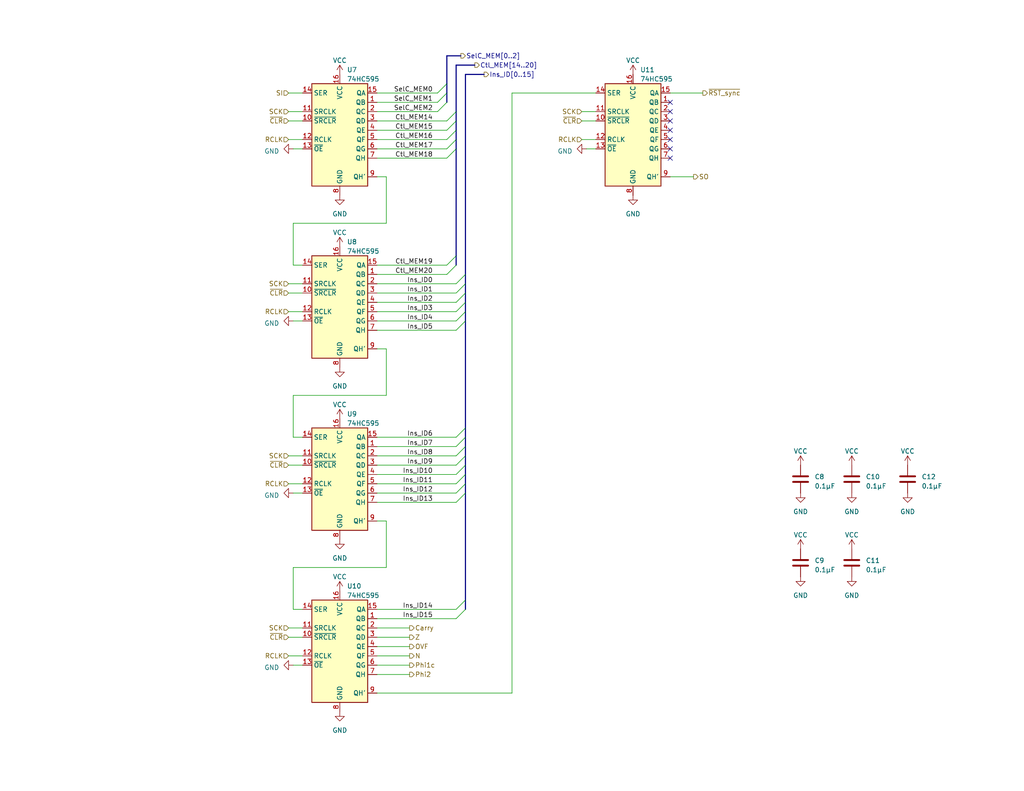
<source format=kicad_sch>
(kicad_sch (version 20250114) (generator "eeschema") (generator_version "9.0")
  (paper "USLetter")
  (title_block (date "2023-04-07") (rev "A"))
  (lib_symbols
    (symbol "74xx:74HC595"
      (property "Reference" "U" (at -7.62 13.97 0))
      (property "Value" "74HC595" (at -7.62 -16.51 0))
      (symbol "74HC595_1_0"
        (pin input line (at -10.16 10.16 0) (length 2.54) (name "SER") (number "14"))
        (pin input line (at -10.16 5.08 0) (length 2.54) (name "SRCLK") (number "11"))
        (pin input line (at -10.16 2.54 0) (length 2.54) (name "~{SRCLR}") (number "10"))
        (pin input line (at -10.16 -2.54 0) (length 2.54) (name "RCLK") (number "12"))
        (pin input line (at -10.16 -5.08 0) (length 2.54) (name "~{OE}") (number "13"))
        (pin power_in line (at 0 15.24 270) (length 2.54) (name "VCC") (number "16"))
        (pin power_in line (at 0 -17.78 90) (length 2.54) (name "GND") (number "8"))
        (pin tri_state line (at 10.16 10.16 180) (length 2.54) (name "QA") (number "15"))
        (pin tri_state line (at 10.16 7.62 180) (length 2.54) (name "QB") (number "1"))
        (pin tri_state line (at 10.16 5.08 180) (length 2.54) (name "QC") (number "2"))
        (pin tri_state line (at 10.16 2.54 180) (length 2.54) (name "QD") (number "3"))
        (pin tri_state line (at 10.16 0 180) (length 2.54) (name "QE") (number "4"))
        (pin tri_state line (at 10.16 -2.54 180) (length 2.54) (name "QF") (number "5"))
        (pin tri_state line (at 10.16 -5.08 180) (length 2.54) (name "QG") (number "6"))
        (pin tri_state line (at 10.16 -7.62 180) (length 2.54) (name "QH") (number "7"))
        (pin output line (at 10.16 -12.7 180) (length 2.54) (name "QH'") (number "9"))
      )
      (symbol "74HC595_1_1"
        (rectangle (start -7.62 12.7) (end 7.62 -15.24) (stroke (width 0.254)) (fill (type background)))
      )
    )
    (symbol "Device:C" (pin_numbers (hide yes)) (pin_names (offset 0.254))
      (property "Reference" "C" (at 0.635 2.54 0))
      (property "Value" "C" (at 0.635 -2.54 0))
      (symbol "C_0_1"
        (polyline (pts (xy -2.032 0.762) (xy 2.032 0.762)) (stroke (width 0.508)))
        (polyline (pts (xy -2.032 -0.762) (xy 2.032 -0.762)) (stroke (width 0.508)))
      )
      (symbol "C_1_1"
        (pin passive line (at 0 3.81 270) (length 2.794) (name "~") (number "1"))
        (pin passive line (at 0 -3.81 90) (length 2.794) (name "~") (number "2"))
      )
    )
    (symbol "power:GND" (power) (pin_names (offset 0))
      (property "Value" "GND" (at 0 -3.81 0))
      (symbol "GND_0_1"
        (polyline (pts (xy 0 0) (xy 0 -1.27) (xy 1.27 -1.27) (xy 0 -2.54) (xy -1.27 -1.27) (xy 0 -1.27)))
      )
      (symbol "GND_1_1"
        (pin power_in line (at 0 0 270) (length 0) (hide yes) (name "GND") (number "1"))
      )
    )
    (symbol "power:VCC" (power) (pin_names (offset 0))
      (property "Value" "VCC" (at 0 3.81 0))
      (symbol "VCC_0_1"
        (polyline (pts (xy -0.762 1.27) (xy 0 2.54)))
        (polyline (pts (xy 0 2.54) (xy 0.762 1.27)))
        (polyline (pts (xy 0 0) (xy 0 2.54)))
      )
      (symbol "VCC_1_1"
        (pin power_in line (at 0 0 90) (length 0) (hide yes) (name "VCC") (number "1"))
      )
    )
  )
  (no_connect (at 182.88 38.1))
  (no_connect (at 182.88 43.18))
  (no_connect (at 182.88 33.02))
  (no_connect (at 182.88 30.48))
  (no_connect (at 182.88 35.56))
  (no_connect (at 182.88 27.94))
  (no_connect (at 182.88 40.64))
  (bus_entry (at 124.46 33.02) (size -2.54 2.54))
  (bus_entry (at 121.92 25.4) (size -2.54 2.54))
  (bus_entry (at 124.46 30.48) (size -2.54 2.54))
  (bus_entry (at 127 132.08) (size -2.54 2.54))
  (bus_entry (at 127 82.55) (size -2.54 2.54))
  (bus_entry (at 124.46 38.1) (size -2.54 2.54))
  (bus_entry (at 124.46 69.85) (size -2.54 2.54))
  (bus_entry (at 127 87.63) (size -2.54 2.54))
  (bus_entry (at 124.46 72.39) (size -2.54 2.54))
  (bus_entry (at 127 74.93) (size -2.54 2.54))
  (bus_entry (at 127 119.38) (size -2.54 2.54))
  (bus_entry (at 127 80.01) (size -2.54 2.54))
  (bus_entry (at 127 134.62) (size -2.54 2.54))
  (bus_entry (at 127 121.92) (size -2.54 2.54))
  (bus_entry (at 127 77.47) (size -2.54 2.54))
  (bus_entry (at 121.92 22.86) (size -2.54 2.54))
  (bus_entry (at 127 116.84) (size -2.54 2.54))
  (bus_entry (at 127 127) (size -2.54 2.54))
  (bus_entry (at 121.92 27.94) (size -2.54 2.54))
  (bus_entry (at 127 166.37) (size -2.54 2.54))
  (bus_entry (at 124.46 40.64) (size -2.54 2.54))
  (bus_entry (at 127 163.83) (size -2.54 2.54))
  (bus_entry (at 124.46 35.56) (size -2.54 2.54))
  (bus_entry (at 127 129.54) (size -2.54 2.54))
  (bus_entry (at 127 85.09) (size -2.54 2.54))
  (bus_entry (at 127 124.46) (size -2.54 2.54))
  (bus (pts (xy 127 116.84) (xy 127 119.38)))
  (wire (pts (xy 124.46 82.55) (xy 102.87 82.55)))
  (bus (pts (xy 127 134.62) (xy 127 163.83)))
  (wire (pts (xy 102.87 189.23) (xy 139.7 189.23)))
  (bus (pts (xy 121.92 27.94) (xy 121.92 25.4)))
  (wire (pts (xy 78.74 173.99) (xy 82.55 173.99)))
  (wire (pts (xy 105.41 142.24) (xy 105.41 154.94)))
  (wire (pts (xy 105.41 107.95) (xy 80.01 107.95)))
  (wire (pts (xy 182.88 48.26) (xy 189.23 48.26)))
  (wire (pts (xy 121.92 72.39) (xy 102.87 72.39)))
  (wire (pts (xy 124.46 77.47) (xy 102.87 77.47)))
  (wire (pts (xy 78.74 85.09) (xy 82.55 85.09)))
  (wire (pts (xy 121.92 74.93) (xy 102.87 74.93)))
  (wire (pts (xy 102.87 176.53) (xy 111.76 176.53)))
  (bus (pts (xy 127 163.83) (xy 127 166.37)))
  (wire (pts (xy 102.87 134.62) (xy 124.46 134.62)))
  (wire (pts (xy 78.74 25.4) (xy 82.55 25.4)))
  (bus (pts (xy 127 74.93) (xy 127 77.47)))
  (wire (pts (xy 158.75 33.02) (xy 162.56 33.02)))
  (wire (pts (xy 158.75 30.48) (xy 162.56 30.48)))
  (wire (pts (xy 78.74 171.45) (xy 82.55 171.45)))
  (wire (pts (xy 158.75 38.1) (xy 162.56 38.1)))
  (bus (pts (xy 121.92 15.24) (xy 125.73 15.24)))
  (wire (pts (xy 80.01 181.61) (xy 82.55 181.61)))
  (wire (pts (xy 78.74 132.08) (xy 82.55 132.08)))
  (wire (pts (xy 102.87 179.07) (xy 111.76 179.07)))
  (wire (pts (xy 124.46 85.09) (xy 102.87 85.09)))
  (bus (pts (xy 124.46 33.02) (xy 124.46 35.56)))
  (bus (pts (xy 124.46 38.1) (xy 124.46 40.64)))
  (bus (pts (xy 127 127) (xy 127 129.54)))
  (bus (pts (xy 121.92 22.86) (xy 121.92 15.24)))
  (wire (pts (xy 121.92 43.18) (xy 102.87 43.18)))
  (wire (pts (xy 124.46 87.63) (xy 102.87 87.63)))
  (wire (pts (xy 105.41 95.25) (xy 105.41 107.95)))
  (wire (pts (xy 80.01 154.94) (xy 80.01 166.37)))
  (wire (pts (xy 78.74 127) (xy 82.55 127)))
  (bus (pts (xy 127 20.32) (xy 127 74.93)))
  (wire (pts (xy 102.87 48.26) (xy 105.41 48.26)))
  (wire (pts (xy 80.01 87.63) (xy 82.55 87.63)))
  (wire (pts (xy 119.38 27.94) (xy 102.87 27.94)))
  (wire (pts (xy 124.46 90.17) (xy 102.87 90.17)))
  (wire (pts (xy 78.74 33.02) (xy 82.55 33.02)))
  (wire (pts (xy 80.01 119.38) (xy 82.55 119.38)))
  (wire (pts (xy 121.92 35.56) (xy 102.87 35.56)))
  (wire (pts (xy 80.01 60.96) (xy 105.41 60.96)))
  (wire (pts (xy 124.46 166.37) (xy 102.87 166.37)))
  (bus (pts (xy 127 121.92) (xy 127 124.46)))
  (bus (pts (xy 121.92 25.4) (xy 121.92 22.86)))
  (wire (pts (xy 105.41 48.26) (xy 105.41 60.96)))
  (wire (pts (xy 182.88 25.4) (xy 191.77 25.4)))
  (wire (pts (xy 102.87 184.15) (xy 111.76 184.15)))
  (wire (pts (xy 121.92 40.64) (xy 102.87 40.64)))
  (wire (pts (xy 124.46 168.91) (xy 102.87 168.91)))
  (bus (pts (xy 124.46 40.64) (xy 124.46 69.85)))
  (bus (pts (xy 127 129.54) (xy 127 132.08)))
  (wire (pts (xy 80.01 40.64) (xy 82.55 40.64)))
  (bus (pts (xy 129.54 17.78) (xy 124.46 17.78)))
  (wire (pts (xy 80.01 166.37) (xy 82.55 166.37)))
  (wire (pts (xy 124.46 119.38) (xy 102.87 119.38)))
  (bus (pts (xy 127 20.32) (xy 132.08 20.32)))
  (wire (pts (xy 124.46 129.54) (xy 102.87 129.54)))
  (bus (pts (xy 127 124.46) (xy 127 127)))
  (wire (pts (xy 80.01 72.39) (xy 82.55 72.39)))
  (wire (pts (xy 119.38 25.4) (xy 102.87 25.4)))
  (bus (pts (xy 127 87.63) (xy 127 116.84)))
  (wire (pts (xy 80.01 60.96) (xy 80.01 72.39)))
  (wire (pts (xy 124.46 127) (xy 102.87 127)))
  (wire (pts (xy 124.46 132.08) (xy 102.87 132.08)))
  (bus (pts (xy 124.46 35.56) (xy 124.46 38.1)))
  (wire (pts (xy 121.92 33.02) (xy 102.87 33.02)))
  (bus (pts (xy 127 119.38) (xy 127 121.92)))
  (bus (pts (xy 127 77.47) (xy 127 80.01)))
  (wire (pts (xy 124.46 124.46) (xy 102.87 124.46)))
  (wire (pts (xy 124.46 80.01) (xy 102.87 80.01)))
  (wire (pts (xy 124.46 137.16) (xy 102.87 137.16)))
  (bus (pts (xy 127 82.55) (xy 127 85.09)))
  (bus (pts (xy 127 85.09) (xy 127 87.63)))
  (wire (pts (xy 139.7 25.4) (xy 162.56 25.4)))
  (wire (pts (xy 78.74 38.1) (xy 82.55 38.1)))
  (wire (pts (xy 102.87 142.24) (xy 105.41 142.24)))
  (wire (pts (xy 80.01 107.95) (xy 80.01 119.38)))
  (bus (pts (xy 127 132.08) (xy 127 134.62)))
  (wire (pts (xy 102.87 181.61) (xy 111.76 181.61)))
  (wire (pts (xy 78.74 124.46) (xy 82.55 124.46)))
  (bus (pts (xy 124.46 17.78) (xy 124.46 30.48)))
  (wire (pts (xy 102.87 95.25) (xy 105.41 95.25)))
  (wire (pts (xy 80.01 154.94) (xy 105.41 154.94)))
  (wire (pts (xy 121.92 38.1) (xy 102.87 38.1)))
  (wire (pts (xy 78.74 179.07) (xy 82.55 179.07)))
  (wire (pts (xy 139.7 25.4) (xy 139.7 189.23)))
  (wire (pts (xy 102.87 171.45) (xy 111.76 171.45)))
  (bus (pts (xy 124.46 30.48) (xy 124.46 33.02)))
  (wire (pts (xy 80.01 134.62) (xy 82.55 134.62)))
  (bus (pts (xy 124.46 69.85) (xy 124.46 72.39)))
  (wire (pts (xy 78.74 80.01) (xy 82.55 80.01)))
  (wire (pts (xy 102.87 173.99) (xy 111.76 173.99)))
  (wire (pts (xy 124.46 121.92) (xy 102.87 121.92)))
  (wire (pts (xy 160.02 40.64) (xy 162.56 40.64)))
  (wire (pts (xy 119.38 30.48) (xy 102.87 30.48)))
  (bus (pts (xy 127 80.01) (xy 127 82.55)))
  (wire (pts (xy 78.74 30.48) (xy 82.55 30.48)))
  (wire (pts (xy 78.74 77.47) (xy 82.55 77.47)))
  (label "Ins_ID15" (at 118.11 168.91 180))
  (label "Ins_ID11" (at 118.11 132.08 180))
  (label "Ins_ID12" (at 118.11 134.62 180))
  (label "Ctl_MEM16" (at 118.11 38.1 180))
  (label "Ctl_MEM15" (at 118.11 35.56 180))
  (label "Ins_ID5" (at 118.11 90.17 180))
  (label "Ins_ID14" (at 118.11 166.37 180))
  (label "Ctl_MEM20" (at 118.11 74.93 180))
  (label "SelC_MEM1" (at 118.11 27.94 180))
  (label "Ins_ID10" (at 118.11 129.54 180))
  (label "Ctl_MEM19" (at 118.11 72.39 180))
  (label "Ins_ID7" (at 118.11 121.92 180))
  (label "Ins_ID3" (at 118.11 85.09 180))
  (label "Ins_ID6" (at 118.11 119.38 180))
  (label "Ins_ID0" (at 118.11 77.47 180))
  (label "Ins_ID8" (at 118.11 124.46 180))
  (label "Ins_ID4" (at 118.11 87.63 180))
  (label "Ins_ID2" (at 118.11 82.55 180))
  (label "Ins_ID13" (at 118.11 137.16 180))
  (label "SelC_MEM0" (at 118.11 25.4 180))
  (label "Ctl_MEM17" (at 118.11 40.64 180))
  (label "Ins_ID9" (at 118.11 127 180))
  (label "Ins_ID1" (at 118.11 80.01 180))
  (label "SelC_MEM2" (at 118.11 30.48 180))
  (label "Ctl_MEM14" (at 118.11 33.02 180))
  (label "Ctl_MEM18" (at 118.11 43.18 180))
  (hierarchical_label "Z" (shape output) (at 111.76 173.99 0))
  (hierarchical_label "RCLK" (shape input) (at 78.74 38.1 180))
  (hierarchical_label "SO" (shape output) (at 189.23 48.26 0))
  (hierarchical_label "RCLK" (shape input) (at 78.74 179.07 180))
  (hierarchical_label "~{CLR}" (shape input) (at 78.74 33.02 180))
  (hierarchical_label "SCK" (shape input) (at 78.74 30.48 180))
  (hierarchical_label "RCLK" (shape input) (at 158.75 38.1 180))
  (hierarchical_label "SCK" (shape input) (at 78.74 171.45 180))
  (hierarchical_label "Phi2" (shape output) (at 111.76 184.15 0))
  (hierarchical_label "~{RST_sync}" (shape output) (at 191.77 25.4 0))
  (hierarchical_label "~{CLR}" (shape input) (at 78.74 173.99 180))
  (hierarchical_label "SCK" (shape input) (at 78.74 77.47 180))
  (hierarchical_label "N" (shape output) (at 111.76 179.07 0))
  (hierarchical_label "SI" (shape input) (at 78.74 25.4 180))
  (hierarchical_label "~{CLR}" (shape input) (at 158.75 33.02 180))
  (hierarchical_label "Ins_ID[0..15]" (shape output) (at 132.08 20.32 0))
  (hierarchical_label "Ctl_MEM[14..20]" (shape output) (at 129.54 17.78 0))
  (hierarchical_label "SelC_MEM[0..2]" (shape output) (at 125.73 15.24 0))
  (hierarchical_label "~{CLR}" (shape input) (at 78.74 127 180))
  (hierarchical_label "OVF" (shape output) (at 111.76 176.53 0))
  (hierarchical_label "Carry" (shape output) (at 111.76 171.45 0))
  (hierarchical_label "Phi1c" (shape output) (at 111.76 181.61 0))
  (hierarchical_label "SCK" (shape input) (at 158.75 30.48 180))
  (hierarchical_label "SCK" (shape input) (at 78.74 124.46 180))
  (hierarchical_label "RCLK" (shape input) (at 78.74 85.09 180))
  (hierarchical_label "RCLK" (shape input) (at 78.74 132.08 180))
  (hierarchical_label "~{CLR}" (shape input) (at 78.74 80.01 180))
  (symbol (lib_id "power:GND") (at 232.41 134.62 0) (unit 1)
    (property "Reference" "#PWR063" (effects (hide yes)))
    (property "Value" "GND" (at 232.41 139.7 0))
  )
  (symbol (lib_id "power:GND") (at 218.44 157.48 0) (unit 1)
    (property "Reference" "#PWR061" (effects (hide yes)))
    (property "Value" "GND" (at 218.44 162.56 0))
  )
  (symbol (lib_id "power:GND") (at 80.01 87.63 270) (unit 1)
    (property "Reference" "#PWR044" (effects (hide yes)))
    (property "Value" "GND" (at 76.2 88.265 90) (effects (justify right)))
  )
  (symbol (lib_id "power:GND") (at 92.71 147.32 0) (unit 1)
    (property "Reference" "#PWR052" (effects (hide yes)))
    (property "Value" "GND" (at 92.71 152.4 0))
  )
  (symbol (lib_id "74xx:74HC595") (at 92.71 82.55 0) (unit 1)
    (property "Reference" "U8" (at 94.6659 66.04 0) (effects (justify left)))
    (property "Value" "74HC595" (at 94.6659 68.58 0) (effects (justify left)))
    (property "Footprint" "Package_SO:TSSOP-16_4.4x5mm_P0.65mm" (effects (hide yes)))
    (property "Datasheet" "http://www.ti.com/lit/ds/symlink/sn74hc595.pdf" (effects (hide yes)))
  )
  (symbol (lib_id "power:VCC") (at 92.71 114.3 0) (unit 1)
    (property "Reference" "#PWR051" (effects (hide yes)))
    (property "Value" "VCC" (at 92.71 110.49 0))
  )
  (symbol (lib_id "power:GND") (at 80.01 181.61 270) (unit 1)
    (property "Reference" "#PWR046" (effects (hide yes)))
    (property "Value" "GND" (at 76.2 182.245 90) (effects (justify right)))
  )
  (symbol (lib_id "Device:C") (at 218.44 153.67 0) (unit 1)
    (property "Reference" "C9" (at 222.25 153.035 0) (effects (justify left)))
    (property "Value" "0.1µF" (at 222.25 155.575 0) (effects (justify left)))
    (property "Footprint" "Capacitor_SMD:C_0603_1608Metric" (effects (hide yes)))
    (property "Mouser" "https://www.mouser.com/ProductDetail/963-EMK107B7104KAHT" (effects (hide yes)))
  )
  (symbol (lib_id "Device:C") (at 232.41 130.81 0) (unit 1)
    (property "Reference" "C10" (at 236.22 130.175 0) (effects (justify left)))
    (property "Value" "0.1µF" (at 236.22 132.715 0) (effects (justify left)))
    (property "Footprint" "Capacitor_SMD:C_0603_1608Metric" (effects (hide yes)))
    (property "Mouser" "https://www.mouser.com/ProductDetail/963-EMK107B7104KAHT" (effects (hide yes)))
  )
  (symbol (lib_id "power:VCC") (at 172.72 20.32 0) (unit 1)
    (property "Reference" "#PWR056" (effects (hide yes)))
    (property "Value" "VCC" (at 172.72 16.51 0))
  )
  (symbol (lib_id "power:VCC") (at 232.41 149.86 0) (unit 1)
    (property "Reference" "#PWR064" (effects (hide yes)))
    (property "Value" "VCC" (at 232.41 146.05 0))
  )
  (symbol (lib_id "74xx:74HC595") (at 92.71 35.56 0) (unit 1)
    (property "Reference" "U7" (at 94.6659 19.05 0) (effects (justify left)))
    (property "Value" "74HC595" (at 94.6659 21.59 0) (effects (justify left)))
    (property "Footprint" "Package_SO:TSSOP-16_4.4x5mm_P0.65mm" (effects (hide yes)))
    (property "Datasheet" "http://www.ti.com/lit/ds/symlink/sn74hc595.pdf" (effects (hide yes)))
  )
  (symbol (lib_id "power:GND") (at 247.65 134.62 0) (unit 1)
    (property "Reference" "#PWR067" (effects (hide yes)))
    (property "Value" "GND" (at 247.65 139.7 0))
  )
  (symbol (lib_id "power:GND") (at 80.01 134.62 270) (unit 1)
    (property "Reference" "#PWR045" (effects (hide yes)))
    (property "Value" "GND" (at 76.2 135.255 90) (effects (justify right)))
  )
  (symbol (lib_id "power:VCC") (at 218.44 127 0) (unit 1)
    (property "Reference" "#PWR058" (effects (hide yes)))
    (property "Value" "VCC" (at 218.44 123.19 0))
  )
  (symbol (lib_id "power:GND") (at 172.72 53.34 0) (unit 1)
    (property "Reference" "#PWR057" (effects (hide yes)))
    (property "Value" "GND" (at 172.72 58.42 0))
  )
  (symbol (lib_id "power:GND") (at 160.02 40.64 270) (unit 1)
    (property "Reference" "#PWR055" (effects (hide yes)))
    (property "Value" "GND" (at 156.21 41.275 90) (effects (justify right)))
  )
  (symbol (lib_id "power:GND") (at 92.71 194.31 0) (unit 1)
    (property "Reference" "#PWR054" (effects (hide yes)))
    (property "Value" "GND" (at 92.71 199.39 0))
  )
  (symbol (lib_id "power:VCC") (at 92.71 20.32 0) (unit 1)
    (property "Reference" "#PWR047" (effects (hide yes)))
    (property "Value" "VCC" (at 92.71 16.51 0))
  )
  (symbol (lib_id "power:GND") (at 92.71 53.34 0) (unit 1)
    (property "Reference" "#PWR048" (effects (hide yes)))
    (property "Value" "GND" (at 92.71 58.42 0))
  )
  (symbol (lib_id "Device:C") (at 232.41 153.67 0) (unit 1)
    (property "Reference" "C11" (at 236.22 153.035 0) (effects (justify left)))
    (property "Value" "0.1µF" (at 236.22 155.575 0) (effects (justify left)))
    (property "Footprint" "Capacitor_SMD:C_0603_1608Metric" (effects (hide yes)))
    (property "Mouser" "https://www.mouser.com/ProductDetail/963-EMK107B7104KAHT" (effects (hide yes)))
  )
  (symbol (lib_id "74xx:74HC595") (at 92.71 176.53 0) (unit 1)
    (property "Reference" "U10" (at 94.6659 160.02 0) (effects (justify left)))
    (property "Value" "74HC595" (at 94.6659 162.56 0) (effects (justify left)))
    (property "Footprint" "Package_SO:TSSOP-16_4.4x5mm_P0.65mm" (effects (hide yes)))
    (property "Datasheet" "http://www.ti.com/lit/ds/symlink/sn74hc595.pdf" (effects (hide yes)))
  )
  (symbol (lib_id "power:GND") (at 218.44 134.62 0) (unit 1)
    (property "Reference" "#PWR059" (effects (hide yes)))
    (property "Value" "GND" (at 218.44 139.7 0))
  )
  (symbol (lib_id "power:GND") (at 92.71 100.33 0) (unit 1)
    (property "Reference" "#PWR050" (effects (hide yes)))
    (property "Value" "GND" (at 92.71 105.41 0))
  )
  (symbol (lib_id "Device:C") (at 247.65 130.81 0) (unit 1)
    (property "Reference" "C12" (at 251.46 130.175 0) (effects (justify left)))
    (property "Value" "0.1µF" (at 251.46 132.715 0) (effects (justify left)))
    (property "Footprint" "Capacitor_SMD:C_0603_1608Metric" (effects (hide yes)))
    (property "Mouser" "https://www.mouser.com/ProductDetail/963-EMK107B7104KAHT" (effects (hide yes)))
  )
  (symbol (lib_id "power:VCC") (at 92.71 67.31 0) (unit 1)
    (property "Reference" "#PWR049" (effects (hide yes)))
    (property "Value" "VCC" (at 92.71 63.5 0))
  )
  (symbol (lib_id "power:GND") (at 232.41 157.48 0) (unit 1)
    (property "Reference" "#PWR065" (effects (hide yes)))
    (property "Value" "GND" (at 232.41 162.56 0))
  )
  (symbol (lib_id "Device:C") (at 218.44 130.81 0) (unit 1)
    (property "Reference" "C8" (at 222.25 130.175 0) (effects (justify left)))
    (property "Value" "0.1µF" (at 222.25 132.715 0) (effects (justify left)))
    (property "Footprint" "Capacitor_SMD:C_0603_1608Metric" (effects (hide yes)))
    (property "Mouser" "https://www.mouser.com/ProductDetail/963-EMK107B7104KAHT" (effects (hide yes)))
  )
  (symbol (lib_id "power:VCC") (at 247.65 127 0) (unit 1)
    (property "Reference" "#PWR066" (effects (hide yes)))
    (property "Value" "VCC" (at 247.65 123.19 0))
  )
  (symbol (lib_id "power:VCC") (at 218.44 149.86 0) (unit 1)
    (property "Reference" "#PWR060" (effects (hide yes)))
    (property "Value" "VCC" (at 218.44 146.05 0))
  )
  (symbol (lib_id "power:VCC") (at 232.41 127 0) (unit 1)
    (property "Reference" "#PWR062" (effects (hide yes)))
    (property "Value" "VCC" (at 232.41 123.19 0))
  )
  (symbol (lib_id "power:VCC") (at 92.71 161.29 0) (unit 1)
    (property "Reference" "#PWR053" (effects (hide yes)))
    (property "Value" "VCC" (at 92.71 157.48 0))
  )
  (symbol (lib_id "74xx:74HC595") (at 92.71 129.54 0) (unit 1)
    (property "Reference" "U9" (at 94.6659 113.03 0) (effects (justify left)))
    (property "Value" "74HC595" (at 94.6659 115.57 0) (effects (justify left)))
    (property "Footprint" "Package_SO:TSSOP-16_4.4x5mm_P0.65mm" (effects (hide yes)))
    (property "Datasheet" "http://www.ti.com/lit/ds/symlink/sn74hc595.pdf" (effects (hide yes)))
  )
  (symbol (lib_id "74xx:74HC595") (at 172.72 35.56 0) (unit 1)
    (property "Reference" "U11" (at 174.6759 19.05 0) (effects (justify left)))
    (property "Value" "74HC595" (at 174.6759 21.59 0) (effects (justify left)))
    (property "Footprint" "Package_SO:TSSOP-16_4.4x5mm_P0.65mm" (effects (hide yes)))
    (property "Datasheet" "http://www.ti.com/lit/ds/symlink/sn74hc595.pdf" (effects (hide yes)))
  )
  (symbol (lib_id "power:GND") (at 80.01 40.64 270) (unit 1)
    (property "Reference" "#PWR043" (effects (hide yes)))
    (property "Value" "GND" (at 76.2 41.275 90) (effects (justify right)))
  )
)
</source>
